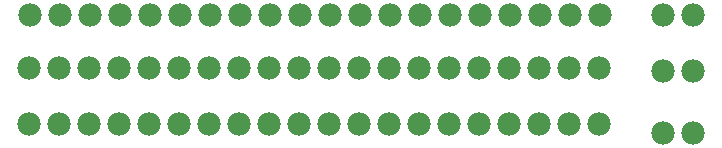
<source format=gtl>
G04 MADE WITH FRITZING*
G04 WWW.FRITZING.ORG*
G04 DOUBLE SIDED*
G04 HOLES PLATED*
G04 CONTOUR ON CENTER OF CONTOUR VECTOR*
%ASAXBY*%
%FSLAX23Y23*%
%MOIN*%
%OFA0B0*%
%SFA1.0B1.0*%
%ADD10C,0.078000*%
%LNCOPPER1*%
G90*
G70*
G54D10*
X651Y1862D03*
X751Y1862D03*
X851Y1862D03*
X951Y1862D03*
X1051Y1862D03*
X1151Y1862D03*
X1251Y1862D03*
X1351Y1862D03*
X1451Y1862D03*
X1551Y1862D03*
X1651Y1862D03*
X1751Y1862D03*
X1851Y1862D03*
X1951Y1862D03*
X2051Y1862D03*
X2151Y1862D03*
X2251Y1862D03*
X2351Y1862D03*
X2451Y1862D03*
X2551Y1862D03*
X650Y1686D03*
X750Y1686D03*
X850Y1686D03*
X950Y1686D03*
X1050Y1686D03*
X1150Y1686D03*
X1250Y1686D03*
X1350Y1686D03*
X1450Y1686D03*
X1550Y1686D03*
X1650Y1686D03*
X1750Y1686D03*
X1850Y1686D03*
X1950Y1686D03*
X2050Y1686D03*
X2150Y1686D03*
X2250Y1686D03*
X2350Y1686D03*
X2450Y1686D03*
X2550Y1686D03*
X649Y1499D03*
X749Y1499D03*
X849Y1499D03*
X949Y1499D03*
X1049Y1499D03*
X1149Y1499D03*
X1249Y1499D03*
X1349Y1499D03*
X1449Y1499D03*
X1549Y1499D03*
X1649Y1499D03*
X1749Y1499D03*
X1849Y1499D03*
X1949Y1499D03*
X2049Y1499D03*
X2149Y1499D03*
X2249Y1499D03*
X2349Y1499D03*
X2449Y1499D03*
X2549Y1499D03*
X2864Y1861D03*
X2764Y1861D03*
X2862Y1675D03*
X2762Y1675D03*
X2862Y1469D03*
X2762Y1469D03*
G04 End of Copper1*
M02*
</source>
